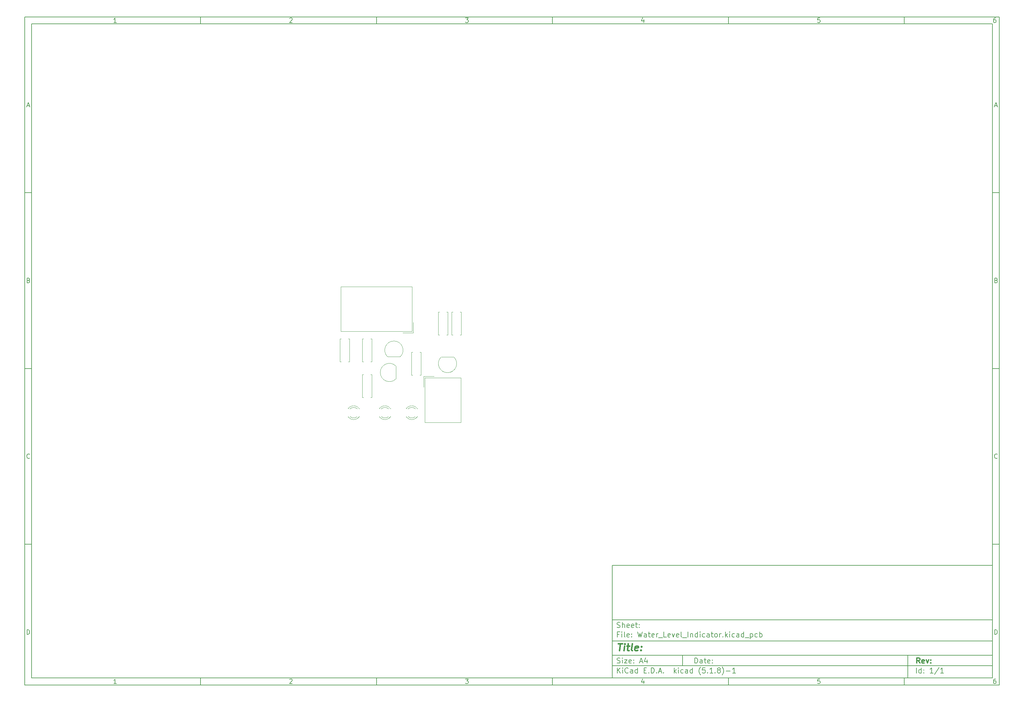
<source format=gto>
%TF.GenerationSoftware,KiCad,Pcbnew,(5.1.8)-1*%
%TF.CreationDate,2021-07-18T21:15:28-07:00*%
%TF.ProjectId,Water_Level_Indicator,57617465-725f-44c6-9576-656c5f496e64,rev?*%
%TF.SameCoordinates,Original*%
%TF.FileFunction,Legend,Top*%
%TF.FilePolarity,Positive*%
%FSLAX46Y46*%
G04 Gerber Fmt 4.6, Leading zero omitted, Abs format (unit mm)*
G04 Created by KiCad (PCBNEW (5.1.8)-1) date 2021-07-18 21:15:28*
%MOMM*%
%LPD*%
G01*
G04 APERTURE LIST*
%ADD10C,0.100000*%
%ADD11C,0.150000*%
%ADD12C,0.300000*%
%ADD13C,0.400000*%
%ADD14C,0.120000*%
G04 APERTURE END LIST*
D10*
D11*
X177002200Y-166007200D02*
X177002200Y-198007200D01*
X285002200Y-198007200D01*
X285002200Y-166007200D01*
X177002200Y-166007200D01*
D10*
D11*
X10000000Y-10000000D02*
X10000000Y-200007200D01*
X287002200Y-200007200D01*
X287002200Y-10000000D01*
X10000000Y-10000000D01*
D10*
D11*
X12000000Y-12000000D02*
X12000000Y-198007200D01*
X285002200Y-198007200D01*
X285002200Y-12000000D01*
X12000000Y-12000000D01*
D10*
D11*
X60000000Y-12000000D02*
X60000000Y-10000000D01*
D10*
D11*
X110000000Y-12000000D02*
X110000000Y-10000000D01*
D10*
D11*
X160000000Y-12000000D02*
X160000000Y-10000000D01*
D10*
D11*
X210000000Y-12000000D02*
X210000000Y-10000000D01*
D10*
D11*
X260000000Y-12000000D02*
X260000000Y-10000000D01*
D10*
D11*
X36065476Y-11588095D02*
X35322619Y-11588095D01*
X35694047Y-11588095D02*
X35694047Y-10288095D01*
X35570238Y-10473809D01*
X35446428Y-10597619D01*
X35322619Y-10659523D01*
D10*
D11*
X85322619Y-10411904D02*
X85384523Y-10350000D01*
X85508333Y-10288095D01*
X85817857Y-10288095D01*
X85941666Y-10350000D01*
X86003571Y-10411904D01*
X86065476Y-10535714D01*
X86065476Y-10659523D01*
X86003571Y-10845238D01*
X85260714Y-11588095D01*
X86065476Y-11588095D01*
D10*
D11*
X135260714Y-10288095D02*
X136065476Y-10288095D01*
X135632142Y-10783333D01*
X135817857Y-10783333D01*
X135941666Y-10845238D01*
X136003571Y-10907142D01*
X136065476Y-11030952D01*
X136065476Y-11340476D01*
X136003571Y-11464285D01*
X135941666Y-11526190D01*
X135817857Y-11588095D01*
X135446428Y-11588095D01*
X135322619Y-11526190D01*
X135260714Y-11464285D01*
D10*
D11*
X185941666Y-10721428D02*
X185941666Y-11588095D01*
X185632142Y-10226190D02*
X185322619Y-11154761D01*
X186127380Y-11154761D01*
D10*
D11*
X236003571Y-10288095D02*
X235384523Y-10288095D01*
X235322619Y-10907142D01*
X235384523Y-10845238D01*
X235508333Y-10783333D01*
X235817857Y-10783333D01*
X235941666Y-10845238D01*
X236003571Y-10907142D01*
X236065476Y-11030952D01*
X236065476Y-11340476D01*
X236003571Y-11464285D01*
X235941666Y-11526190D01*
X235817857Y-11588095D01*
X235508333Y-11588095D01*
X235384523Y-11526190D01*
X235322619Y-11464285D01*
D10*
D11*
X285941666Y-10288095D02*
X285694047Y-10288095D01*
X285570238Y-10350000D01*
X285508333Y-10411904D01*
X285384523Y-10597619D01*
X285322619Y-10845238D01*
X285322619Y-11340476D01*
X285384523Y-11464285D01*
X285446428Y-11526190D01*
X285570238Y-11588095D01*
X285817857Y-11588095D01*
X285941666Y-11526190D01*
X286003571Y-11464285D01*
X286065476Y-11340476D01*
X286065476Y-11030952D01*
X286003571Y-10907142D01*
X285941666Y-10845238D01*
X285817857Y-10783333D01*
X285570238Y-10783333D01*
X285446428Y-10845238D01*
X285384523Y-10907142D01*
X285322619Y-11030952D01*
D10*
D11*
X60000000Y-198007200D02*
X60000000Y-200007200D01*
D10*
D11*
X110000000Y-198007200D02*
X110000000Y-200007200D01*
D10*
D11*
X160000000Y-198007200D02*
X160000000Y-200007200D01*
D10*
D11*
X210000000Y-198007200D02*
X210000000Y-200007200D01*
D10*
D11*
X260000000Y-198007200D02*
X260000000Y-200007200D01*
D10*
D11*
X36065476Y-199595295D02*
X35322619Y-199595295D01*
X35694047Y-199595295D02*
X35694047Y-198295295D01*
X35570238Y-198481009D01*
X35446428Y-198604819D01*
X35322619Y-198666723D01*
D10*
D11*
X85322619Y-198419104D02*
X85384523Y-198357200D01*
X85508333Y-198295295D01*
X85817857Y-198295295D01*
X85941666Y-198357200D01*
X86003571Y-198419104D01*
X86065476Y-198542914D01*
X86065476Y-198666723D01*
X86003571Y-198852438D01*
X85260714Y-199595295D01*
X86065476Y-199595295D01*
D10*
D11*
X135260714Y-198295295D02*
X136065476Y-198295295D01*
X135632142Y-198790533D01*
X135817857Y-198790533D01*
X135941666Y-198852438D01*
X136003571Y-198914342D01*
X136065476Y-199038152D01*
X136065476Y-199347676D01*
X136003571Y-199471485D01*
X135941666Y-199533390D01*
X135817857Y-199595295D01*
X135446428Y-199595295D01*
X135322619Y-199533390D01*
X135260714Y-199471485D01*
D10*
D11*
X185941666Y-198728628D02*
X185941666Y-199595295D01*
X185632142Y-198233390D02*
X185322619Y-199161961D01*
X186127380Y-199161961D01*
D10*
D11*
X236003571Y-198295295D02*
X235384523Y-198295295D01*
X235322619Y-198914342D01*
X235384523Y-198852438D01*
X235508333Y-198790533D01*
X235817857Y-198790533D01*
X235941666Y-198852438D01*
X236003571Y-198914342D01*
X236065476Y-199038152D01*
X236065476Y-199347676D01*
X236003571Y-199471485D01*
X235941666Y-199533390D01*
X235817857Y-199595295D01*
X235508333Y-199595295D01*
X235384523Y-199533390D01*
X235322619Y-199471485D01*
D10*
D11*
X285941666Y-198295295D02*
X285694047Y-198295295D01*
X285570238Y-198357200D01*
X285508333Y-198419104D01*
X285384523Y-198604819D01*
X285322619Y-198852438D01*
X285322619Y-199347676D01*
X285384523Y-199471485D01*
X285446428Y-199533390D01*
X285570238Y-199595295D01*
X285817857Y-199595295D01*
X285941666Y-199533390D01*
X286003571Y-199471485D01*
X286065476Y-199347676D01*
X286065476Y-199038152D01*
X286003571Y-198914342D01*
X285941666Y-198852438D01*
X285817857Y-198790533D01*
X285570238Y-198790533D01*
X285446428Y-198852438D01*
X285384523Y-198914342D01*
X285322619Y-199038152D01*
D10*
D11*
X10000000Y-60000000D02*
X12000000Y-60000000D01*
D10*
D11*
X10000000Y-110000000D02*
X12000000Y-110000000D01*
D10*
D11*
X10000000Y-160000000D02*
X12000000Y-160000000D01*
D10*
D11*
X10690476Y-35216666D02*
X11309523Y-35216666D01*
X10566666Y-35588095D02*
X11000000Y-34288095D01*
X11433333Y-35588095D01*
D10*
D11*
X11092857Y-84907142D02*
X11278571Y-84969047D01*
X11340476Y-85030952D01*
X11402380Y-85154761D01*
X11402380Y-85340476D01*
X11340476Y-85464285D01*
X11278571Y-85526190D01*
X11154761Y-85588095D01*
X10659523Y-85588095D01*
X10659523Y-84288095D01*
X11092857Y-84288095D01*
X11216666Y-84350000D01*
X11278571Y-84411904D01*
X11340476Y-84535714D01*
X11340476Y-84659523D01*
X11278571Y-84783333D01*
X11216666Y-84845238D01*
X11092857Y-84907142D01*
X10659523Y-84907142D01*
D10*
D11*
X11402380Y-135464285D02*
X11340476Y-135526190D01*
X11154761Y-135588095D01*
X11030952Y-135588095D01*
X10845238Y-135526190D01*
X10721428Y-135402380D01*
X10659523Y-135278571D01*
X10597619Y-135030952D01*
X10597619Y-134845238D01*
X10659523Y-134597619D01*
X10721428Y-134473809D01*
X10845238Y-134350000D01*
X11030952Y-134288095D01*
X11154761Y-134288095D01*
X11340476Y-134350000D01*
X11402380Y-134411904D01*
D10*
D11*
X10659523Y-185588095D02*
X10659523Y-184288095D01*
X10969047Y-184288095D01*
X11154761Y-184350000D01*
X11278571Y-184473809D01*
X11340476Y-184597619D01*
X11402380Y-184845238D01*
X11402380Y-185030952D01*
X11340476Y-185278571D01*
X11278571Y-185402380D01*
X11154761Y-185526190D01*
X10969047Y-185588095D01*
X10659523Y-185588095D01*
D10*
D11*
X287002200Y-60000000D02*
X285002200Y-60000000D01*
D10*
D11*
X287002200Y-110000000D02*
X285002200Y-110000000D01*
D10*
D11*
X287002200Y-160000000D02*
X285002200Y-160000000D01*
D10*
D11*
X285692676Y-35216666D02*
X286311723Y-35216666D01*
X285568866Y-35588095D02*
X286002200Y-34288095D01*
X286435533Y-35588095D01*
D10*
D11*
X286095057Y-84907142D02*
X286280771Y-84969047D01*
X286342676Y-85030952D01*
X286404580Y-85154761D01*
X286404580Y-85340476D01*
X286342676Y-85464285D01*
X286280771Y-85526190D01*
X286156961Y-85588095D01*
X285661723Y-85588095D01*
X285661723Y-84288095D01*
X286095057Y-84288095D01*
X286218866Y-84350000D01*
X286280771Y-84411904D01*
X286342676Y-84535714D01*
X286342676Y-84659523D01*
X286280771Y-84783333D01*
X286218866Y-84845238D01*
X286095057Y-84907142D01*
X285661723Y-84907142D01*
D10*
D11*
X286404580Y-135464285D02*
X286342676Y-135526190D01*
X286156961Y-135588095D01*
X286033152Y-135588095D01*
X285847438Y-135526190D01*
X285723628Y-135402380D01*
X285661723Y-135278571D01*
X285599819Y-135030952D01*
X285599819Y-134845238D01*
X285661723Y-134597619D01*
X285723628Y-134473809D01*
X285847438Y-134350000D01*
X286033152Y-134288095D01*
X286156961Y-134288095D01*
X286342676Y-134350000D01*
X286404580Y-134411904D01*
D10*
D11*
X285661723Y-185588095D02*
X285661723Y-184288095D01*
X285971247Y-184288095D01*
X286156961Y-184350000D01*
X286280771Y-184473809D01*
X286342676Y-184597619D01*
X286404580Y-184845238D01*
X286404580Y-185030952D01*
X286342676Y-185278571D01*
X286280771Y-185402380D01*
X286156961Y-185526190D01*
X285971247Y-185588095D01*
X285661723Y-185588095D01*
D10*
D11*
X200434342Y-193785771D02*
X200434342Y-192285771D01*
X200791485Y-192285771D01*
X201005771Y-192357200D01*
X201148628Y-192500057D01*
X201220057Y-192642914D01*
X201291485Y-192928628D01*
X201291485Y-193142914D01*
X201220057Y-193428628D01*
X201148628Y-193571485D01*
X201005771Y-193714342D01*
X200791485Y-193785771D01*
X200434342Y-193785771D01*
X202577200Y-193785771D02*
X202577200Y-193000057D01*
X202505771Y-192857200D01*
X202362914Y-192785771D01*
X202077200Y-192785771D01*
X201934342Y-192857200D01*
X202577200Y-193714342D02*
X202434342Y-193785771D01*
X202077200Y-193785771D01*
X201934342Y-193714342D01*
X201862914Y-193571485D01*
X201862914Y-193428628D01*
X201934342Y-193285771D01*
X202077200Y-193214342D01*
X202434342Y-193214342D01*
X202577200Y-193142914D01*
X203077200Y-192785771D02*
X203648628Y-192785771D01*
X203291485Y-192285771D02*
X203291485Y-193571485D01*
X203362914Y-193714342D01*
X203505771Y-193785771D01*
X203648628Y-193785771D01*
X204720057Y-193714342D02*
X204577200Y-193785771D01*
X204291485Y-193785771D01*
X204148628Y-193714342D01*
X204077200Y-193571485D01*
X204077200Y-193000057D01*
X204148628Y-192857200D01*
X204291485Y-192785771D01*
X204577200Y-192785771D01*
X204720057Y-192857200D01*
X204791485Y-193000057D01*
X204791485Y-193142914D01*
X204077200Y-193285771D01*
X205434342Y-193642914D02*
X205505771Y-193714342D01*
X205434342Y-193785771D01*
X205362914Y-193714342D01*
X205434342Y-193642914D01*
X205434342Y-193785771D01*
X205434342Y-192857200D02*
X205505771Y-192928628D01*
X205434342Y-193000057D01*
X205362914Y-192928628D01*
X205434342Y-192857200D01*
X205434342Y-193000057D01*
D10*
D11*
X177002200Y-194507200D02*
X285002200Y-194507200D01*
D10*
D11*
X178434342Y-196585771D02*
X178434342Y-195085771D01*
X179291485Y-196585771D02*
X178648628Y-195728628D01*
X179291485Y-195085771D02*
X178434342Y-195942914D01*
X179934342Y-196585771D02*
X179934342Y-195585771D01*
X179934342Y-195085771D02*
X179862914Y-195157200D01*
X179934342Y-195228628D01*
X180005771Y-195157200D01*
X179934342Y-195085771D01*
X179934342Y-195228628D01*
X181505771Y-196442914D02*
X181434342Y-196514342D01*
X181220057Y-196585771D01*
X181077200Y-196585771D01*
X180862914Y-196514342D01*
X180720057Y-196371485D01*
X180648628Y-196228628D01*
X180577200Y-195942914D01*
X180577200Y-195728628D01*
X180648628Y-195442914D01*
X180720057Y-195300057D01*
X180862914Y-195157200D01*
X181077200Y-195085771D01*
X181220057Y-195085771D01*
X181434342Y-195157200D01*
X181505771Y-195228628D01*
X182791485Y-196585771D02*
X182791485Y-195800057D01*
X182720057Y-195657200D01*
X182577200Y-195585771D01*
X182291485Y-195585771D01*
X182148628Y-195657200D01*
X182791485Y-196514342D02*
X182648628Y-196585771D01*
X182291485Y-196585771D01*
X182148628Y-196514342D01*
X182077200Y-196371485D01*
X182077200Y-196228628D01*
X182148628Y-196085771D01*
X182291485Y-196014342D01*
X182648628Y-196014342D01*
X182791485Y-195942914D01*
X184148628Y-196585771D02*
X184148628Y-195085771D01*
X184148628Y-196514342D02*
X184005771Y-196585771D01*
X183720057Y-196585771D01*
X183577200Y-196514342D01*
X183505771Y-196442914D01*
X183434342Y-196300057D01*
X183434342Y-195871485D01*
X183505771Y-195728628D01*
X183577200Y-195657200D01*
X183720057Y-195585771D01*
X184005771Y-195585771D01*
X184148628Y-195657200D01*
X186005771Y-195800057D02*
X186505771Y-195800057D01*
X186720057Y-196585771D02*
X186005771Y-196585771D01*
X186005771Y-195085771D01*
X186720057Y-195085771D01*
X187362914Y-196442914D02*
X187434342Y-196514342D01*
X187362914Y-196585771D01*
X187291485Y-196514342D01*
X187362914Y-196442914D01*
X187362914Y-196585771D01*
X188077200Y-196585771D02*
X188077200Y-195085771D01*
X188434342Y-195085771D01*
X188648628Y-195157200D01*
X188791485Y-195300057D01*
X188862914Y-195442914D01*
X188934342Y-195728628D01*
X188934342Y-195942914D01*
X188862914Y-196228628D01*
X188791485Y-196371485D01*
X188648628Y-196514342D01*
X188434342Y-196585771D01*
X188077200Y-196585771D01*
X189577200Y-196442914D02*
X189648628Y-196514342D01*
X189577200Y-196585771D01*
X189505771Y-196514342D01*
X189577200Y-196442914D01*
X189577200Y-196585771D01*
X190220057Y-196157200D02*
X190934342Y-196157200D01*
X190077200Y-196585771D02*
X190577200Y-195085771D01*
X191077200Y-196585771D01*
X191577200Y-196442914D02*
X191648628Y-196514342D01*
X191577200Y-196585771D01*
X191505771Y-196514342D01*
X191577200Y-196442914D01*
X191577200Y-196585771D01*
X194577200Y-196585771D02*
X194577200Y-195085771D01*
X194720057Y-196014342D02*
X195148628Y-196585771D01*
X195148628Y-195585771D02*
X194577200Y-196157200D01*
X195791485Y-196585771D02*
X195791485Y-195585771D01*
X195791485Y-195085771D02*
X195720057Y-195157200D01*
X195791485Y-195228628D01*
X195862914Y-195157200D01*
X195791485Y-195085771D01*
X195791485Y-195228628D01*
X197148628Y-196514342D02*
X197005771Y-196585771D01*
X196720057Y-196585771D01*
X196577200Y-196514342D01*
X196505771Y-196442914D01*
X196434342Y-196300057D01*
X196434342Y-195871485D01*
X196505771Y-195728628D01*
X196577200Y-195657200D01*
X196720057Y-195585771D01*
X197005771Y-195585771D01*
X197148628Y-195657200D01*
X198434342Y-196585771D02*
X198434342Y-195800057D01*
X198362914Y-195657200D01*
X198220057Y-195585771D01*
X197934342Y-195585771D01*
X197791485Y-195657200D01*
X198434342Y-196514342D02*
X198291485Y-196585771D01*
X197934342Y-196585771D01*
X197791485Y-196514342D01*
X197720057Y-196371485D01*
X197720057Y-196228628D01*
X197791485Y-196085771D01*
X197934342Y-196014342D01*
X198291485Y-196014342D01*
X198434342Y-195942914D01*
X199791485Y-196585771D02*
X199791485Y-195085771D01*
X199791485Y-196514342D02*
X199648628Y-196585771D01*
X199362914Y-196585771D01*
X199220057Y-196514342D01*
X199148628Y-196442914D01*
X199077200Y-196300057D01*
X199077200Y-195871485D01*
X199148628Y-195728628D01*
X199220057Y-195657200D01*
X199362914Y-195585771D01*
X199648628Y-195585771D01*
X199791485Y-195657200D01*
X202077200Y-197157200D02*
X202005771Y-197085771D01*
X201862914Y-196871485D01*
X201791485Y-196728628D01*
X201720057Y-196514342D01*
X201648628Y-196157200D01*
X201648628Y-195871485D01*
X201720057Y-195514342D01*
X201791485Y-195300057D01*
X201862914Y-195157200D01*
X202005771Y-194942914D01*
X202077200Y-194871485D01*
X203362914Y-195085771D02*
X202648628Y-195085771D01*
X202577200Y-195800057D01*
X202648628Y-195728628D01*
X202791485Y-195657200D01*
X203148628Y-195657200D01*
X203291485Y-195728628D01*
X203362914Y-195800057D01*
X203434342Y-195942914D01*
X203434342Y-196300057D01*
X203362914Y-196442914D01*
X203291485Y-196514342D01*
X203148628Y-196585771D01*
X202791485Y-196585771D01*
X202648628Y-196514342D01*
X202577200Y-196442914D01*
X204077200Y-196442914D02*
X204148628Y-196514342D01*
X204077200Y-196585771D01*
X204005771Y-196514342D01*
X204077200Y-196442914D01*
X204077200Y-196585771D01*
X205577200Y-196585771D02*
X204720057Y-196585771D01*
X205148628Y-196585771D02*
X205148628Y-195085771D01*
X205005771Y-195300057D01*
X204862914Y-195442914D01*
X204720057Y-195514342D01*
X206220057Y-196442914D02*
X206291485Y-196514342D01*
X206220057Y-196585771D01*
X206148628Y-196514342D01*
X206220057Y-196442914D01*
X206220057Y-196585771D01*
X207148628Y-195728628D02*
X207005771Y-195657200D01*
X206934342Y-195585771D01*
X206862914Y-195442914D01*
X206862914Y-195371485D01*
X206934342Y-195228628D01*
X207005771Y-195157200D01*
X207148628Y-195085771D01*
X207434342Y-195085771D01*
X207577200Y-195157200D01*
X207648628Y-195228628D01*
X207720057Y-195371485D01*
X207720057Y-195442914D01*
X207648628Y-195585771D01*
X207577200Y-195657200D01*
X207434342Y-195728628D01*
X207148628Y-195728628D01*
X207005771Y-195800057D01*
X206934342Y-195871485D01*
X206862914Y-196014342D01*
X206862914Y-196300057D01*
X206934342Y-196442914D01*
X207005771Y-196514342D01*
X207148628Y-196585771D01*
X207434342Y-196585771D01*
X207577200Y-196514342D01*
X207648628Y-196442914D01*
X207720057Y-196300057D01*
X207720057Y-196014342D01*
X207648628Y-195871485D01*
X207577200Y-195800057D01*
X207434342Y-195728628D01*
X208220057Y-197157200D02*
X208291485Y-197085771D01*
X208434342Y-196871485D01*
X208505771Y-196728628D01*
X208577200Y-196514342D01*
X208648628Y-196157200D01*
X208648628Y-195871485D01*
X208577200Y-195514342D01*
X208505771Y-195300057D01*
X208434342Y-195157200D01*
X208291485Y-194942914D01*
X208220057Y-194871485D01*
X209362914Y-196014342D02*
X210505771Y-196014342D01*
X212005771Y-196585771D02*
X211148628Y-196585771D01*
X211577200Y-196585771D02*
X211577200Y-195085771D01*
X211434342Y-195300057D01*
X211291485Y-195442914D01*
X211148628Y-195514342D01*
D10*
D11*
X177002200Y-191507200D02*
X285002200Y-191507200D01*
D10*
D12*
X264411485Y-193785771D02*
X263911485Y-193071485D01*
X263554342Y-193785771D02*
X263554342Y-192285771D01*
X264125771Y-192285771D01*
X264268628Y-192357200D01*
X264340057Y-192428628D01*
X264411485Y-192571485D01*
X264411485Y-192785771D01*
X264340057Y-192928628D01*
X264268628Y-193000057D01*
X264125771Y-193071485D01*
X263554342Y-193071485D01*
X265625771Y-193714342D02*
X265482914Y-193785771D01*
X265197200Y-193785771D01*
X265054342Y-193714342D01*
X264982914Y-193571485D01*
X264982914Y-193000057D01*
X265054342Y-192857200D01*
X265197200Y-192785771D01*
X265482914Y-192785771D01*
X265625771Y-192857200D01*
X265697200Y-193000057D01*
X265697200Y-193142914D01*
X264982914Y-193285771D01*
X266197200Y-192785771D02*
X266554342Y-193785771D01*
X266911485Y-192785771D01*
X267482914Y-193642914D02*
X267554342Y-193714342D01*
X267482914Y-193785771D01*
X267411485Y-193714342D01*
X267482914Y-193642914D01*
X267482914Y-193785771D01*
X267482914Y-192857200D02*
X267554342Y-192928628D01*
X267482914Y-193000057D01*
X267411485Y-192928628D01*
X267482914Y-192857200D01*
X267482914Y-193000057D01*
D10*
D11*
X178362914Y-193714342D02*
X178577200Y-193785771D01*
X178934342Y-193785771D01*
X179077200Y-193714342D01*
X179148628Y-193642914D01*
X179220057Y-193500057D01*
X179220057Y-193357200D01*
X179148628Y-193214342D01*
X179077200Y-193142914D01*
X178934342Y-193071485D01*
X178648628Y-193000057D01*
X178505771Y-192928628D01*
X178434342Y-192857200D01*
X178362914Y-192714342D01*
X178362914Y-192571485D01*
X178434342Y-192428628D01*
X178505771Y-192357200D01*
X178648628Y-192285771D01*
X179005771Y-192285771D01*
X179220057Y-192357200D01*
X179862914Y-193785771D02*
X179862914Y-192785771D01*
X179862914Y-192285771D02*
X179791485Y-192357200D01*
X179862914Y-192428628D01*
X179934342Y-192357200D01*
X179862914Y-192285771D01*
X179862914Y-192428628D01*
X180434342Y-192785771D02*
X181220057Y-192785771D01*
X180434342Y-193785771D01*
X181220057Y-193785771D01*
X182362914Y-193714342D02*
X182220057Y-193785771D01*
X181934342Y-193785771D01*
X181791485Y-193714342D01*
X181720057Y-193571485D01*
X181720057Y-193000057D01*
X181791485Y-192857200D01*
X181934342Y-192785771D01*
X182220057Y-192785771D01*
X182362914Y-192857200D01*
X182434342Y-193000057D01*
X182434342Y-193142914D01*
X181720057Y-193285771D01*
X183077200Y-193642914D02*
X183148628Y-193714342D01*
X183077200Y-193785771D01*
X183005771Y-193714342D01*
X183077200Y-193642914D01*
X183077200Y-193785771D01*
X183077200Y-192857200D02*
X183148628Y-192928628D01*
X183077200Y-193000057D01*
X183005771Y-192928628D01*
X183077200Y-192857200D01*
X183077200Y-193000057D01*
X184862914Y-193357200D02*
X185577200Y-193357200D01*
X184720057Y-193785771D02*
X185220057Y-192285771D01*
X185720057Y-193785771D01*
X186862914Y-192785771D02*
X186862914Y-193785771D01*
X186505771Y-192214342D02*
X186148628Y-193285771D01*
X187077200Y-193285771D01*
D10*
D11*
X263434342Y-196585771D02*
X263434342Y-195085771D01*
X264791485Y-196585771D02*
X264791485Y-195085771D01*
X264791485Y-196514342D02*
X264648628Y-196585771D01*
X264362914Y-196585771D01*
X264220057Y-196514342D01*
X264148628Y-196442914D01*
X264077200Y-196300057D01*
X264077200Y-195871485D01*
X264148628Y-195728628D01*
X264220057Y-195657200D01*
X264362914Y-195585771D01*
X264648628Y-195585771D01*
X264791485Y-195657200D01*
X265505771Y-196442914D02*
X265577200Y-196514342D01*
X265505771Y-196585771D01*
X265434342Y-196514342D01*
X265505771Y-196442914D01*
X265505771Y-196585771D01*
X265505771Y-195657200D02*
X265577200Y-195728628D01*
X265505771Y-195800057D01*
X265434342Y-195728628D01*
X265505771Y-195657200D01*
X265505771Y-195800057D01*
X268148628Y-196585771D02*
X267291485Y-196585771D01*
X267720057Y-196585771D02*
X267720057Y-195085771D01*
X267577200Y-195300057D01*
X267434342Y-195442914D01*
X267291485Y-195514342D01*
X269862914Y-195014342D02*
X268577200Y-196942914D01*
X271148628Y-196585771D02*
X270291485Y-196585771D01*
X270720057Y-196585771D02*
X270720057Y-195085771D01*
X270577200Y-195300057D01*
X270434342Y-195442914D01*
X270291485Y-195514342D01*
D10*
D11*
X177002200Y-187507200D02*
X285002200Y-187507200D01*
D10*
D13*
X178714580Y-188211961D02*
X179857438Y-188211961D01*
X179036009Y-190211961D02*
X179286009Y-188211961D01*
X180274104Y-190211961D02*
X180440771Y-188878628D01*
X180524104Y-188211961D02*
X180416961Y-188307200D01*
X180500295Y-188402438D01*
X180607438Y-188307200D01*
X180524104Y-188211961D01*
X180500295Y-188402438D01*
X181107438Y-188878628D02*
X181869342Y-188878628D01*
X181476485Y-188211961D02*
X181262200Y-189926247D01*
X181333628Y-190116723D01*
X181512200Y-190211961D01*
X181702676Y-190211961D01*
X182655057Y-190211961D02*
X182476485Y-190116723D01*
X182405057Y-189926247D01*
X182619342Y-188211961D01*
X184190771Y-190116723D02*
X183988390Y-190211961D01*
X183607438Y-190211961D01*
X183428866Y-190116723D01*
X183357438Y-189926247D01*
X183452676Y-189164342D01*
X183571723Y-188973866D01*
X183774104Y-188878628D01*
X184155057Y-188878628D01*
X184333628Y-188973866D01*
X184405057Y-189164342D01*
X184381247Y-189354819D01*
X183405057Y-189545295D01*
X185155057Y-190021485D02*
X185238390Y-190116723D01*
X185131247Y-190211961D01*
X185047914Y-190116723D01*
X185155057Y-190021485D01*
X185131247Y-190211961D01*
X185286009Y-188973866D02*
X185369342Y-189069104D01*
X185262200Y-189164342D01*
X185178866Y-189069104D01*
X185286009Y-188973866D01*
X185262200Y-189164342D01*
D10*
D11*
X178934342Y-185600057D02*
X178434342Y-185600057D01*
X178434342Y-186385771D02*
X178434342Y-184885771D01*
X179148628Y-184885771D01*
X179720057Y-186385771D02*
X179720057Y-185385771D01*
X179720057Y-184885771D02*
X179648628Y-184957200D01*
X179720057Y-185028628D01*
X179791485Y-184957200D01*
X179720057Y-184885771D01*
X179720057Y-185028628D01*
X180648628Y-186385771D02*
X180505771Y-186314342D01*
X180434342Y-186171485D01*
X180434342Y-184885771D01*
X181791485Y-186314342D02*
X181648628Y-186385771D01*
X181362914Y-186385771D01*
X181220057Y-186314342D01*
X181148628Y-186171485D01*
X181148628Y-185600057D01*
X181220057Y-185457200D01*
X181362914Y-185385771D01*
X181648628Y-185385771D01*
X181791485Y-185457200D01*
X181862914Y-185600057D01*
X181862914Y-185742914D01*
X181148628Y-185885771D01*
X182505771Y-186242914D02*
X182577200Y-186314342D01*
X182505771Y-186385771D01*
X182434342Y-186314342D01*
X182505771Y-186242914D01*
X182505771Y-186385771D01*
X182505771Y-185457200D02*
X182577200Y-185528628D01*
X182505771Y-185600057D01*
X182434342Y-185528628D01*
X182505771Y-185457200D01*
X182505771Y-185600057D01*
X184220057Y-184885771D02*
X184577200Y-186385771D01*
X184862914Y-185314342D01*
X185148628Y-186385771D01*
X185505771Y-184885771D01*
X186720057Y-186385771D02*
X186720057Y-185600057D01*
X186648628Y-185457200D01*
X186505771Y-185385771D01*
X186220057Y-185385771D01*
X186077200Y-185457200D01*
X186720057Y-186314342D02*
X186577200Y-186385771D01*
X186220057Y-186385771D01*
X186077200Y-186314342D01*
X186005771Y-186171485D01*
X186005771Y-186028628D01*
X186077200Y-185885771D01*
X186220057Y-185814342D01*
X186577200Y-185814342D01*
X186720057Y-185742914D01*
X187220057Y-185385771D02*
X187791485Y-185385771D01*
X187434342Y-184885771D02*
X187434342Y-186171485D01*
X187505771Y-186314342D01*
X187648628Y-186385771D01*
X187791485Y-186385771D01*
X188862914Y-186314342D02*
X188720057Y-186385771D01*
X188434342Y-186385771D01*
X188291485Y-186314342D01*
X188220057Y-186171485D01*
X188220057Y-185600057D01*
X188291485Y-185457200D01*
X188434342Y-185385771D01*
X188720057Y-185385771D01*
X188862914Y-185457200D01*
X188934342Y-185600057D01*
X188934342Y-185742914D01*
X188220057Y-185885771D01*
X189577200Y-186385771D02*
X189577200Y-185385771D01*
X189577200Y-185671485D02*
X189648628Y-185528628D01*
X189720057Y-185457200D01*
X189862914Y-185385771D01*
X190005771Y-185385771D01*
X190148628Y-186528628D02*
X191291485Y-186528628D01*
X192362914Y-186385771D02*
X191648628Y-186385771D01*
X191648628Y-184885771D01*
X193434342Y-186314342D02*
X193291485Y-186385771D01*
X193005771Y-186385771D01*
X192862914Y-186314342D01*
X192791485Y-186171485D01*
X192791485Y-185600057D01*
X192862914Y-185457200D01*
X193005771Y-185385771D01*
X193291485Y-185385771D01*
X193434342Y-185457200D01*
X193505771Y-185600057D01*
X193505771Y-185742914D01*
X192791485Y-185885771D01*
X194005771Y-185385771D02*
X194362914Y-186385771D01*
X194720057Y-185385771D01*
X195862914Y-186314342D02*
X195720057Y-186385771D01*
X195434342Y-186385771D01*
X195291485Y-186314342D01*
X195220057Y-186171485D01*
X195220057Y-185600057D01*
X195291485Y-185457200D01*
X195434342Y-185385771D01*
X195720057Y-185385771D01*
X195862914Y-185457200D01*
X195934342Y-185600057D01*
X195934342Y-185742914D01*
X195220057Y-185885771D01*
X196791485Y-186385771D02*
X196648628Y-186314342D01*
X196577200Y-186171485D01*
X196577200Y-184885771D01*
X197005771Y-186528628D02*
X198148628Y-186528628D01*
X198505771Y-186385771D02*
X198505771Y-184885771D01*
X199220057Y-185385771D02*
X199220057Y-186385771D01*
X199220057Y-185528628D02*
X199291485Y-185457200D01*
X199434342Y-185385771D01*
X199648628Y-185385771D01*
X199791485Y-185457200D01*
X199862914Y-185600057D01*
X199862914Y-186385771D01*
X201220057Y-186385771D02*
X201220057Y-184885771D01*
X201220057Y-186314342D02*
X201077200Y-186385771D01*
X200791485Y-186385771D01*
X200648628Y-186314342D01*
X200577200Y-186242914D01*
X200505771Y-186100057D01*
X200505771Y-185671485D01*
X200577200Y-185528628D01*
X200648628Y-185457200D01*
X200791485Y-185385771D01*
X201077200Y-185385771D01*
X201220057Y-185457200D01*
X201934342Y-186385771D02*
X201934342Y-185385771D01*
X201934342Y-184885771D02*
X201862914Y-184957200D01*
X201934342Y-185028628D01*
X202005771Y-184957200D01*
X201934342Y-184885771D01*
X201934342Y-185028628D01*
X203291485Y-186314342D02*
X203148628Y-186385771D01*
X202862914Y-186385771D01*
X202720057Y-186314342D01*
X202648628Y-186242914D01*
X202577200Y-186100057D01*
X202577200Y-185671485D01*
X202648628Y-185528628D01*
X202720057Y-185457200D01*
X202862914Y-185385771D01*
X203148628Y-185385771D01*
X203291485Y-185457200D01*
X204577200Y-186385771D02*
X204577200Y-185600057D01*
X204505771Y-185457200D01*
X204362914Y-185385771D01*
X204077200Y-185385771D01*
X203934342Y-185457200D01*
X204577200Y-186314342D02*
X204434342Y-186385771D01*
X204077200Y-186385771D01*
X203934342Y-186314342D01*
X203862914Y-186171485D01*
X203862914Y-186028628D01*
X203934342Y-185885771D01*
X204077200Y-185814342D01*
X204434342Y-185814342D01*
X204577200Y-185742914D01*
X205077200Y-185385771D02*
X205648628Y-185385771D01*
X205291485Y-184885771D02*
X205291485Y-186171485D01*
X205362914Y-186314342D01*
X205505771Y-186385771D01*
X205648628Y-186385771D01*
X206362914Y-186385771D02*
X206220057Y-186314342D01*
X206148628Y-186242914D01*
X206077200Y-186100057D01*
X206077200Y-185671485D01*
X206148628Y-185528628D01*
X206220057Y-185457200D01*
X206362914Y-185385771D01*
X206577200Y-185385771D01*
X206720057Y-185457200D01*
X206791485Y-185528628D01*
X206862914Y-185671485D01*
X206862914Y-186100057D01*
X206791485Y-186242914D01*
X206720057Y-186314342D01*
X206577200Y-186385771D01*
X206362914Y-186385771D01*
X207505771Y-186385771D02*
X207505771Y-185385771D01*
X207505771Y-185671485D02*
X207577200Y-185528628D01*
X207648628Y-185457200D01*
X207791485Y-185385771D01*
X207934342Y-185385771D01*
X208434342Y-186242914D02*
X208505771Y-186314342D01*
X208434342Y-186385771D01*
X208362914Y-186314342D01*
X208434342Y-186242914D01*
X208434342Y-186385771D01*
X209148628Y-186385771D02*
X209148628Y-184885771D01*
X209291485Y-185814342D02*
X209720057Y-186385771D01*
X209720057Y-185385771D02*
X209148628Y-185957200D01*
X210362914Y-186385771D02*
X210362914Y-185385771D01*
X210362914Y-184885771D02*
X210291485Y-184957200D01*
X210362914Y-185028628D01*
X210434342Y-184957200D01*
X210362914Y-184885771D01*
X210362914Y-185028628D01*
X211720057Y-186314342D02*
X211577200Y-186385771D01*
X211291485Y-186385771D01*
X211148628Y-186314342D01*
X211077200Y-186242914D01*
X211005771Y-186100057D01*
X211005771Y-185671485D01*
X211077200Y-185528628D01*
X211148628Y-185457200D01*
X211291485Y-185385771D01*
X211577200Y-185385771D01*
X211720057Y-185457200D01*
X213005771Y-186385771D02*
X213005771Y-185600057D01*
X212934342Y-185457200D01*
X212791485Y-185385771D01*
X212505771Y-185385771D01*
X212362914Y-185457200D01*
X213005771Y-186314342D02*
X212862914Y-186385771D01*
X212505771Y-186385771D01*
X212362914Y-186314342D01*
X212291485Y-186171485D01*
X212291485Y-186028628D01*
X212362914Y-185885771D01*
X212505771Y-185814342D01*
X212862914Y-185814342D01*
X213005771Y-185742914D01*
X214362914Y-186385771D02*
X214362914Y-184885771D01*
X214362914Y-186314342D02*
X214220057Y-186385771D01*
X213934342Y-186385771D01*
X213791485Y-186314342D01*
X213720057Y-186242914D01*
X213648628Y-186100057D01*
X213648628Y-185671485D01*
X213720057Y-185528628D01*
X213791485Y-185457200D01*
X213934342Y-185385771D01*
X214220057Y-185385771D01*
X214362914Y-185457200D01*
X214720057Y-186528628D02*
X215862914Y-186528628D01*
X216220057Y-185385771D02*
X216220057Y-186885771D01*
X216220057Y-185457200D02*
X216362914Y-185385771D01*
X216648628Y-185385771D01*
X216791485Y-185457200D01*
X216862914Y-185528628D01*
X216934342Y-185671485D01*
X216934342Y-186100057D01*
X216862914Y-186242914D01*
X216791485Y-186314342D01*
X216648628Y-186385771D01*
X216362914Y-186385771D01*
X216220057Y-186314342D01*
X218220057Y-186314342D02*
X218077200Y-186385771D01*
X217791485Y-186385771D01*
X217648628Y-186314342D01*
X217577200Y-186242914D01*
X217505771Y-186100057D01*
X217505771Y-185671485D01*
X217577200Y-185528628D01*
X217648628Y-185457200D01*
X217791485Y-185385771D01*
X218077200Y-185385771D01*
X218220057Y-185457200D01*
X218862914Y-186385771D02*
X218862914Y-184885771D01*
X218862914Y-185457200D02*
X219005771Y-185385771D01*
X219291485Y-185385771D01*
X219434342Y-185457200D01*
X219505771Y-185528628D01*
X219577200Y-185671485D01*
X219577200Y-186100057D01*
X219505771Y-186242914D01*
X219434342Y-186314342D01*
X219291485Y-186385771D01*
X219005771Y-186385771D01*
X218862914Y-186314342D01*
D10*
D11*
X177002200Y-181507200D02*
X285002200Y-181507200D01*
D10*
D11*
X178362914Y-183614342D02*
X178577200Y-183685771D01*
X178934342Y-183685771D01*
X179077200Y-183614342D01*
X179148628Y-183542914D01*
X179220057Y-183400057D01*
X179220057Y-183257200D01*
X179148628Y-183114342D01*
X179077200Y-183042914D01*
X178934342Y-182971485D01*
X178648628Y-182900057D01*
X178505771Y-182828628D01*
X178434342Y-182757200D01*
X178362914Y-182614342D01*
X178362914Y-182471485D01*
X178434342Y-182328628D01*
X178505771Y-182257200D01*
X178648628Y-182185771D01*
X179005771Y-182185771D01*
X179220057Y-182257200D01*
X179862914Y-183685771D02*
X179862914Y-182185771D01*
X180505771Y-183685771D02*
X180505771Y-182900057D01*
X180434342Y-182757200D01*
X180291485Y-182685771D01*
X180077200Y-182685771D01*
X179934342Y-182757200D01*
X179862914Y-182828628D01*
X181791485Y-183614342D02*
X181648628Y-183685771D01*
X181362914Y-183685771D01*
X181220057Y-183614342D01*
X181148628Y-183471485D01*
X181148628Y-182900057D01*
X181220057Y-182757200D01*
X181362914Y-182685771D01*
X181648628Y-182685771D01*
X181791485Y-182757200D01*
X181862914Y-182900057D01*
X181862914Y-183042914D01*
X181148628Y-183185771D01*
X183077200Y-183614342D02*
X182934342Y-183685771D01*
X182648628Y-183685771D01*
X182505771Y-183614342D01*
X182434342Y-183471485D01*
X182434342Y-182900057D01*
X182505771Y-182757200D01*
X182648628Y-182685771D01*
X182934342Y-182685771D01*
X183077200Y-182757200D01*
X183148628Y-182900057D01*
X183148628Y-183042914D01*
X182434342Y-183185771D01*
X183577200Y-182685771D02*
X184148628Y-182685771D01*
X183791485Y-182185771D02*
X183791485Y-183471485D01*
X183862914Y-183614342D01*
X184005771Y-183685771D01*
X184148628Y-183685771D01*
X184648628Y-183542914D02*
X184720057Y-183614342D01*
X184648628Y-183685771D01*
X184577200Y-183614342D01*
X184648628Y-183542914D01*
X184648628Y-183685771D01*
X184648628Y-182757200D02*
X184720057Y-182828628D01*
X184648628Y-182900057D01*
X184577200Y-182828628D01*
X184648628Y-182757200D01*
X184648628Y-182900057D01*
D10*
D11*
X197002200Y-191507200D02*
X197002200Y-194507200D01*
D10*
D11*
X261002200Y-191507200D02*
X261002200Y-198007200D01*
D14*
%TO.C,D1*%
X118450000Y-121319000D02*
X118450000Y-121475000D01*
X118450000Y-123635000D02*
X118450000Y-123791000D01*
X121682335Y-121476392D02*
G75*
G03*
X118450000Y-121319484I-1672335J-1078608D01*
G01*
X121682335Y-123633608D02*
G75*
G02*
X118450000Y-123790516I-1672335J1078608D01*
G01*
X121051130Y-121475163D02*
G75*
G03*
X118969039Y-121475000I-1041130J-1079837D01*
G01*
X121051130Y-123634837D02*
G75*
G02*
X118969039Y-123635000I-1041130J1079837D01*
G01*
%TO.C,D2*%
X110830000Y-123635000D02*
X110830000Y-123791000D01*
X110830000Y-121319000D02*
X110830000Y-121475000D01*
X113431130Y-123634837D02*
G75*
G02*
X111349039Y-123635000I-1041130J1079837D01*
G01*
X113431130Y-121475163D02*
G75*
G03*
X111349039Y-121475000I-1041130J-1079837D01*
G01*
X114062335Y-123633608D02*
G75*
G02*
X110830000Y-123790516I-1672335J1078608D01*
G01*
X114062335Y-121476392D02*
G75*
G03*
X110830000Y-121319484I-1672335J-1078608D01*
G01*
%TO.C,D3*%
X101940000Y-121319000D02*
X101940000Y-121475000D01*
X101940000Y-123635000D02*
X101940000Y-123791000D01*
X105172335Y-121476392D02*
G75*
G03*
X101940000Y-121319484I-1672335J-1078608D01*
G01*
X105172335Y-123633608D02*
G75*
G02*
X101940000Y-123790516I-1672335J1078608D01*
G01*
X104541130Y-121475163D02*
G75*
G03*
X102459039Y-121475000I-1041130J-1079837D01*
G01*
X104541130Y-123634837D02*
G75*
G02*
X102459039Y-123635000I-1041130J1079837D01*
G01*
%TO.C,J1*%
X120470000Y-96845000D02*
X120470000Y-99845000D01*
X120470000Y-99845000D02*
X117470000Y-99845000D01*
X120090000Y-99465000D02*
X99850000Y-99465000D01*
X99850000Y-99465000D02*
X99850000Y-86725000D01*
X120090000Y-86725000D02*
X99850000Y-86725000D01*
X120090000Y-99465000D02*
X120090000Y-86725000D01*
X120090000Y-99465000D02*
X99850000Y-99465000D01*
X99850000Y-99465000D02*
X99850000Y-86725000D01*
X120090000Y-86725000D02*
X99850000Y-86725000D01*
X120090000Y-99465000D02*
X120090000Y-86725000D01*
%TO.C,J2*%
X123360000Y-115245000D02*
X123360000Y-112245000D01*
X123360000Y-112245000D02*
X126360000Y-112245000D01*
X123740000Y-112625000D02*
X133980000Y-112625000D01*
X133980000Y-112625000D02*
X133980000Y-125365000D01*
X123740000Y-125365000D02*
X133980000Y-125365000D01*
X123740000Y-112625000D02*
X123740000Y-125365000D01*
X123740000Y-112625000D02*
X133980000Y-112625000D01*
X133980000Y-112625000D02*
X133980000Y-125365000D01*
X123740000Y-125365000D02*
X133980000Y-125365000D01*
X123740000Y-112625000D02*
X123740000Y-125365000D01*
%TO.C,Q1*%
X115510000Y-112925000D02*
X115510000Y-109325000D01*
X115498478Y-112963478D02*
G75*
G02*
X111060000Y-111125000I-1838478J1838478D01*
G01*
X115498478Y-109286522D02*
G75*
G03*
X111060000Y-111125000I-1838478J-1838478D01*
G01*
%TO.C,Q2*%
X113130000Y-106625000D02*
X116730000Y-106625000D01*
X116768478Y-106613478D02*
G75*
G03*
X114930000Y-102175000I-1838478J1838478D01*
G01*
X113091522Y-106613478D02*
G75*
G02*
X114930000Y-102175000I1838478J1838478D01*
G01*
%TO.C,Q3*%
X131970000Y-106735000D02*
X128370000Y-106735000D01*
X132008478Y-106746522D02*
G75*
G02*
X130170000Y-111185000I-1838478J-1838478D01*
G01*
X128331522Y-106746522D02*
G75*
G03*
X130170000Y-111185000I1838478J-1838478D01*
G01*
%TO.C,R1*%
X108680000Y-101505000D02*
X108350000Y-101505000D01*
X108680000Y-108045000D02*
X108680000Y-101505000D01*
X108350000Y-108045000D02*
X108680000Y-108045000D01*
X105940000Y-101505000D02*
X106270000Y-101505000D01*
X105940000Y-108045000D02*
X105940000Y-101505000D01*
X106270000Y-108045000D02*
X105940000Y-108045000D01*
%TO.C,R2*%
X106270000Y-118205000D02*
X105940000Y-118205000D01*
X105940000Y-118205000D02*
X105940000Y-111665000D01*
X105940000Y-111665000D02*
X106270000Y-111665000D01*
X108350000Y-118205000D02*
X108680000Y-118205000D01*
X108680000Y-118205000D02*
X108680000Y-111665000D01*
X108680000Y-111665000D02*
X108350000Y-111665000D01*
%TO.C,R3*%
X102330000Y-101505000D02*
X102000000Y-101505000D01*
X102330000Y-108045000D02*
X102330000Y-101505000D01*
X102000000Y-108045000D02*
X102330000Y-108045000D01*
X99590000Y-101505000D02*
X99920000Y-101505000D01*
X99590000Y-108045000D02*
X99590000Y-101505000D01*
X99920000Y-108045000D02*
X99590000Y-108045000D01*
%TO.C,R4*%
X120240000Y-111855000D02*
X119910000Y-111855000D01*
X119910000Y-111855000D02*
X119910000Y-105315000D01*
X119910000Y-105315000D02*
X120240000Y-105315000D01*
X122320000Y-111855000D02*
X122650000Y-111855000D01*
X122650000Y-111855000D02*
X122650000Y-105315000D01*
X122650000Y-105315000D02*
X122320000Y-105315000D01*
%TO.C,R5*%
X130270000Y-93885000D02*
X129940000Y-93885000D01*
X130270000Y-100425000D02*
X130270000Y-93885000D01*
X129940000Y-100425000D02*
X130270000Y-100425000D01*
X127530000Y-93885000D02*
X127860000Y-93885000D01*
X127530000Y-100425000D02*
X127530000Y-93885000D01*
X127860000Y-100425000D02*
X127530000Y-100425000D01*
%TO.C,R6*%
X133750000Y-93885000D02*
X134080000Y-93885000D01*
X134080000Y-93885000D02*
X134080000Y-100425000D01*
X134080000Y-100425000D02*
X133750000Y-100425000D01*
X131670000Y-93885000D02*
X131340000Y-93885000D01*
X131340000Y-93885000D02*
X131340000Y-100425000D01*
X131340000Y-100425000D02*
X131670000Y-100425000D01*
%TD*%
M02*

</source>
